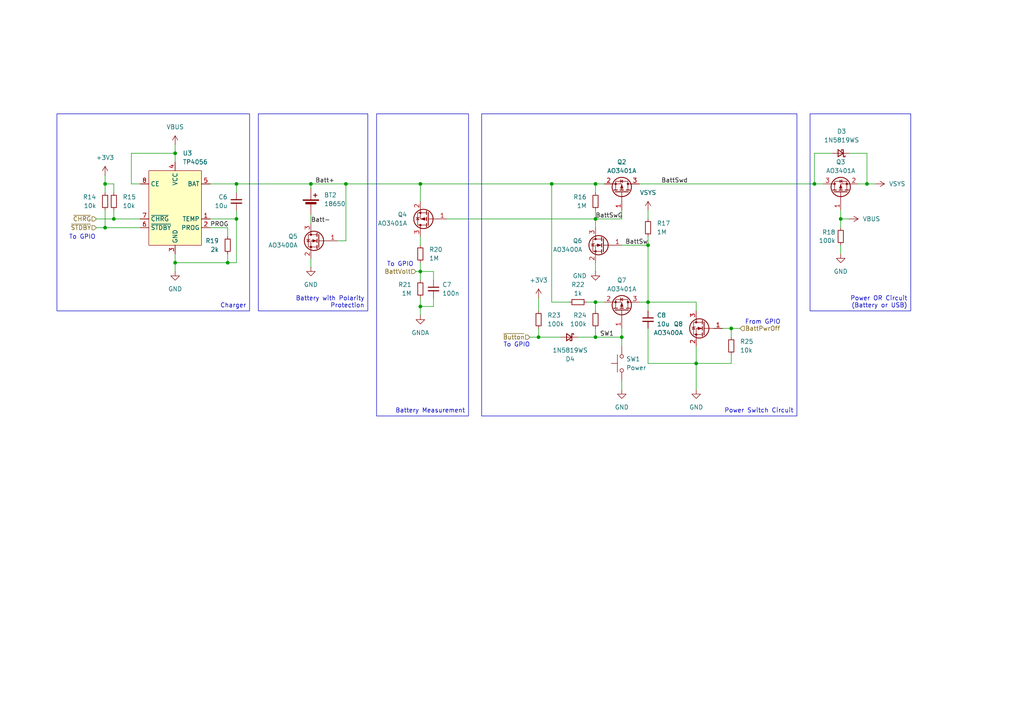
<source format=kicad_sch>
(kicad_sch (version 20231120) (generator "eeschema") (generator_version "8.0")
  (paper "A4")
  (lib_symbols
    (symbol "Badge-Scanner:TP4056"
      (property "Reference" "U3" (at 2.1941 1.27 0))
      (property "Value" "TP4056" (at 2.1941 -1.27 0))
      (symbol "TP4056_1_1"
        (rectangle (start -7.62 -3.81) (end 7.62 -25.4) (fill (type background)))
        (pin input line (at 10.16 -17.78 180) (length 2.54) (name "TEMP") (number "1"))
        (pin input line (at 10.16 -20.32 180) (length 2.54) (name "PROG") (number "2"))
        (pin power_in line (at 0 -27.94 90) (length 2.54) (name "GND") (number "3"))
        (pin power_in line (at 0 -1.27 270) (length 2.54) (name "VCC") (number "4"))
        (pin output line (at 10.16 -7.62 180) (length 2.54) (name "BAT") (number "5"))
        (pin output line (at -10.16 -20.32 0) (length 2.54) (name "~{STDBY}") (number "6"))
        (pin output line (at -10.16 -17.78 0) (length 2.54) (name "~{CHRG}") (number "7"))
        (pin input line (at -10.16 -7.62 0) (length 2.54) (name "CE") (number "8"))
        (pin passive line (at 0 -27.94 90) (length 2.54) hide (name "EP") (number "9"))
      )
    )
    (symbol "Badge-Scanner:VSYS" (power) (in_bom no) (on_board no)
      (property "Value" "VSYS" (at 0 0 0))
      (symbol "VSYS_0_1"
        (polyline (pts (xy 0 2.54) (xy 0.762 1.27)))
        (polyline (pts (xy 0 0) (xy 0 2.54) (xy -0.762 1.27)))
      )
      (symbol "VSYS_1_1"
        (pin power_in line (at 0 0 90) (length 0) hide (name "VSYS") (number ""))
      )
    )
    (symbol "Device:Battery_Cell" (pin_numbers hide) (pin_names (offset 0) hide)
      (property "Reference" "BT" (at 2.54 2.54 0))
      (property "Value" "Battery_Cell" (at 2.54 0 0))
      (symbol "Battery_Cell_0_1"
        (rectangle (start -2.286 1.778) (end 2.286 1.524) (fill (type outline)))
        (rectangle (start -1.524 1.016) (end 1.524 0.508) (fill (type outline)))
        (polyline (pts (xy 0 0.762) (xy 0 0)))
        (polyline (pts (xy 0 1.778) (xy 0 2.54)))
        (polyline (pts (xy 0.762 3.048) (xy 1.778 3.048)) (stroke (width 0.254)))
        (polyline (pts (xy 1.27 3.556) (xy 1.27 2.54)) (stroke (width 0.254)))
      )
      (symbol "Battery_Cell_1_1"
        (pin passive line (at 0 5.08 270) (length 2.54) (name "+") (number "1"))
        (pin passive line (at 0 -2.54 90) (length 2.54) (name "-") (number "2"))
      )
    )
    (symbol "Device:C_Small" (pin_numbers hide) (pin_names (offset 0.254) hide)
      (property "Reference" "C" (at 0.254 1.778 0))
      (property "Value" "C_Small" (at 0.254 -2.032 0))
      (symbol "C_Small_0_1"
        (polyline (pts (xy -1.524 -0.508) (xy 1.524 -0.508)) (stroke (width 0.3302)))
        (polyline (pts (xy -1.524 0.508) (xy 1.524 0.508)) (stroke (width 0.3048)))
      )
      (symbol "C_Small_1_1"
        (pin passive line (at 0 2.54 270) (length 2.032) (name "~") (number "1"))
        (pin passive line (at 0 -2.54 90) (length 2.032) (name "~") (number "2"))
      )
    )
    (symbol "Device:D_Schottky_Small" (pin_numbers hide) (pin_names (offset 0.254) hide)
      (property "Reference" "D" (at -1.27 2.032 0))
      (property "Value" "D_Schottky_Small" (at -7.112 -2.032 0))
      (symbol "D_Schottky_Small_0_1"
        (polyline (pts (xy -0.762 0) (xy 0.762 0)))
        (polyline (pts (xy 0.762 -1.016) (xy -0.762 0) (xy 0.762 1.016) (xy 0.762 -1.016)) (stroke (width 0.254)))
        (polyline (pts (xy -1.27 0.762) (xy -1.27 1.016) (xy -0.762 1.016) (xy -0.762 -1.016) (xy -0.254 -1.016) (xy -0.254 -0.762)) (stroke (width 0.254)))
      )
      (symbol "D_Schottky_Small_1_1"
        (pin passive line (at -2.54 0 0) (length 1.778) (name "K") (number "1"))
        (pin passive line (at 2.54 0 180) (length 1.778) (name "A") (number "2"))
      )
    )
    (symbol "Device:R_Small" (pin_numbers hide) (pin_names (offset 0.254) hide)
      (property "Reference" "R" (at 0.762 0.508 0))
      (property "Value" "R_Small" (at 0.762 -1.016 0))
      (symbol "R_Small_0_1"
        (rectangle (start -0.762 1.778) (end 0.762 -1.778) (stroke (width 0.2032)))
      )
      (symbol "R_Small_1_1"
        (pin passive line (at 0 2.54 270) (length 0.762) (name "~") (number "1"))
        (pin passive line (at 0 -2.54 90) (length 0.762) (name "~") (number "2"))
      )
    )
    (symbol "Switch:SW_Push" (pin_numbers hide) (pin_names (offset 1.016) hide)
      (property "Reference" "SW" (at 1.27 2.54 0))
      (property "Value" "SW_Push" (at 0 -1.524 0))
      (symbol "SW_Push_0_1"
        (circle (center -2.032 0) (radius 0.508))
        (polyline (pts (xy 0 1.27) (xy 0 3.048)))
        (polyline (pts (xy 2.54 1.27) (xy -2.54 1.27)))
        (circle (center 2.032 0) (radius 0.508))
        (pin passive line (at -5.08 0 0) (length 2.54) (name "1") (number "1"))
        (pin passive line (at 5.08 0 180) (length 2.54) (name "2") (number "2"))
      )
    )
    (symbol "Transistor_FET:AO3400A" (pin_names hide)
      (property "Reference" "Q" (at 5.08 1.905 0))
      (property "Value" "AO3400A" (at 5.08 0 0))
      (symbol "AO3400A_0_1"
        (polyline (pts (xy 0.254 0) (xy -2.54 0)))
        (polyline (pts (xy 0.254 1.905) (xy 0.254 -1.905)) (stroke (width 0.254)))
        (polyline (pts (xy 0.762 -1.27) (xy 0.762 -2.286)) (stroke (width 0.254)))
        (polyline (pts (xy 0.762 0.508) (xy 0.762 -0.508)) (stroke (width 0.254)))
        (polyline (pts (xy 0.762 2.286) (xy 0.762 1.27)) (stroke (width 0.254)))
        (polyline (pts (xy 2.54 2.54) (xy 2.54 1.778)))
        (polyline (pts (xy 2.54 -2.54) (xy 2.54 0) (xy 0.762 0)))
        (polyline (pts (xy 0.762 -1.778) (xy 3.302 -1.778) (xy 3.302 1.778) (xy 0.762 1.778)))
        (polyline (pts (xy 1.016 0) (xy 2.032 0.381) (xy 2.032 -0.381) (xy 1.016 0)) (fill (type outline)))
        (polyline (pts (xy 2.794 0.508) (xy 2.921 0.381) (xy 3.683 0.381) (xy 3.81 0.254)))
        (polyline (pts (xy 3.302 0.381) (xy 2.921 -0.254) (xy 3.683 -0.254) (xy 3.302 0.381)))
        (circle (center 1.651 0) (radius 2.794) (stroke (width 0.254)))
        (circle (center 2.54 -1.778) (radius 0.254) (fill (type outline)))
        (circle (center 2.54 1.778) (radius 0.254) (fill (type outline)))
      )
      (symbol "AO3400A_1_1"
        (pin input line (at -5.08 0 0) (length 2.54) (name "G") (number "1"))
        (pin passive line (at 2.54 -5.08 90) (length 2.54) (name "S") (number "2"))
        (pin passive line (at 2.54 5.08 270) (length 2.54) (name "D") (number "3"))
      )
    )
    (symbol "Transistor_FET:AO3401A" (pin_names hide)
      (property "Reference" "Q" (at 5.08 1.905 0))
      (property "Value" "AO3401A" (at 5.08 0 0))
      (symbol "AO3401A_0_1"
        (polyline (pts (xy 0.254 0) (xy -2.54 0)))
        (polyline (pts (xy 0.254 1.905) (xy 0.254 -1.905)) (stroke (width 0.254)))
        (polyline (pts (xy 0.762 -1.27) (xy 0.762 -2.286)) (stroke (width 0.254)))
        (polyline (pts (xy 0.762 0.508) (xy 0.762 -0.508)) (stroke (width 0.254)))
        (polyline (pts (xy 0.762 2.286) (xy 0.762 1.27)) (stroke (width 0.254)))
        (polyline (pts (xy 2.54 2.54) (xy 2.54 1.778)))
        (polyline (pts (xy 2.54 -2.54) (xy 2.54 0) (xy 0.762 0)))
        (polyline (pts (xy 0.762 1.778) (xy 3.302 1.778) (xy 3.302 -1.778) (xy 0.762 -1.778)))
        (polyline (pts (xy 2.286 0) (xy 1.27 0.381) (xy 1.27 -0.381) (xy 2.286 0)) (fill (type outline)))
        (polyline (pts (xy 2.794 -0.508) (xy 2.921 -0.381) (xy 3.683 -0.381) (xy 3.81 -0.254)))
        (polyline (pts (xy 3.302 -0.381) (xy 2.921 0.254) (xy 3.683 0.254) (xy 3.302 -0.381)))
        (circle (center 1.651 0) (radius 2.794) (stroke (width 0.254)))
        (circle (center 2.54 -1.778) (radius 0.254) (fill (type outline)))
        (circle (center 2.54 1.778) (radius 0.254) (fill (type outline)))
      )
      (symbol "AO3401A_1_1"
        (pin input line (at -5.08 0 0) (length 2.54) (name "G") (number "1"))
        (pin passive line (at 2.54 -5.08 90) (length 2.54) (name "S") (number "2"))
        (pin passive line (at 2.54 5.08 270) (length 2.54) (name "D") (number "3"))
      )
    )
    (symbol "power:+3V3" (power) (pin_numbers hide) (pin_names (offset 0) hide)
      (property "Value" "+3V3" (at 0 3.556 0))
      (symbol "+3V3_0_1"
        (polyline (pts (xy -0.762 1.27) (xy 0 2.54)))
        (polyline (pts (xy 0 0) (xy 0 2.54)))
        (polyline (pts (xy 0 2.54) (xy 0.762 1.27)))
      )
      (symbol "+3V3_1_1"
        (pin power_in line (at 0 0 90) (length 0) (name "~") (number "1"))
      )
    )
    (symbol "power:GND" (power) (pin_numbers hide) (pin_names (offset 0) hide)
      (property "Value" "GND" (at 0 -3.81 0))
      (symbol "GND_0_1"
        (polyline (pts (xy 0 0) (xy 0 -1.27) (xy 1.27 -1.27) (xy 0 -2.54) (xy -1.27 -1.27) (xy 0 -1.27)))
      )
      (symbol "GND_1_1"
        (pin power_in line (at 0 0 270) (length 0) (name "~") (number "1"))
      )
    )
    (symbol "power:GNDA" (power) (pin_numbers hide) (pin_names (offset 0) hide)
      (property "Value" "GNDA" (at 0 -3.81 0))
      (symbol "GNDA_0_1"
        (polyline (pts (xy 0 0) (xy 0 -1.27) (xy 1.27 -1.27) (xy 0 -2.54) (xy -1.27 -1.27) (xy 0 -1.27)))
      )
      (symbol "GNDA_1_1"
        (pin power_in line (at 0 0 270) (length 0) (name "~") (number "1"))
      )
    )
    (symbol "power:VBUS" (power) (pin_numbers hide) (pin_names (offset 0) hide)
      (property "Value" "VBUS" (at 0 3.556 0))
      (symbol "VBUS_0_1"
        (polyline (pts (xy -0.762 1.27) (xy 0 2.54)))
        (polyline (pts (xy 0 0) (xy 0 2.54)))
        (polyline (pts (xy 0 2.54) (xy 0.762 1.27)))
      )
      (symbol "VBUS_1_1"
        (pin power_in line (at 0 0 90) (length 0) (name "~") (number "1"))
      )
    )
  )
  (junction (at 100.33 53.34))
  (junction (at 243.84 63.5))
  (junction (at 50.8 76.2))
  (junction (at 121.92 88.9))
  (junction (at 187.96 71.12))
  (junction (at 30.48 53.34))
  (junction (at 121.92 78.74))
  (junction (at 50.8 44.45))
  (junction (at 236.22 53.34))
  (junction (at 187.96 87.63))
  (junction (at 201.93 105.41))
  (junction (at 172.72 53.34))
  (junction (at 212.09 95.25))
  (junction (at 30.48 66.04))
  (junction (at 160.02 53.34))
  (junction (at 121.92 53.34))
  (junction (at 68.58 53.34))
  (junction (at 180.34 97.79))
  (junction (at 66.04 76.2))
  (junction (at 172.72 97.79))
  (junction (at 90.17 53.34))
  (junction (at 172.72 87.63))
  (junction (at 156.21 97.79))
  (junction (at 172.72 63.5))
  (junction (at 68.58 63.5))
  (junction (at 33.02 63.5))
  (junction (at 251.46 53.34))
  (wire (pts (xy 172.72 63.5) (xy 172.72 66.04)))
  (wire (pts (xy 50.8 76.2) (xy 66.04 76.2)))
  (wire (pts (xy 66.04 66.04) (xy 60.96 66.04)))
  (wire (pts (xy 248.92 53.34) (xy 251.46 53.34)))
  (wire (pts (xy 100.33 69.85) (xy 100.33 53.34)))
  (wire (pts (xy 27.94 63.5) (xy 33.02 63.5)))
  (wire (pts (xy 68.58 53.34) (xy 90.17 53.34)))
  (wire (pts (xy 170.18 87.63) (xy 172.72 87.63)))
  (wire (pts (xy 185.42 53.34) (xy 236.22 53.34)))
  (wire (pts (xy 180.34 110.49) (xy 180.34 113.03)))
  (wire (pts (xy 156.21 97.79) (xy 162.56 97.79)))
  (wire (pts (xy 212.09 95.25) (xy 209.55 95.25)))
  (wire (pts (xy 187.96 87.63) (xy 185.42 87.63)))
  (wire (pts (xy 33.02 63.5) (xy 40.64 63.5)))
  (wire (pts (xy 180.34 60.96) (xy 180.34 63.5)))
  (wire (pts (xy 125.73 81.28) (xy 125.73 78.74)))
  (wire (pts (xy 60.96 63.5) (xy 68.58 63.5)))
  (wire (pts (xy 90.17 53.34) (xy 90.17 54.61)))
  (wire (pts (xy 187.96 87.63) (xy 187.96 90.17)))
  (wire (pts (xy 121.92 86.36) (xy 121.92 88.9)))
  (wire (pts (xy 180.34 63.5) (xy 172.72 63.5)))
  (wire (pts (xy 243.84 60.96) (xy 243.84 63.5)))
  (wire (pts (xy 121.92 76.2) (xy 121.92 78.74)))
  (wire (pts (xy 214.63 95.25) (xy 212.09 95.25)))
  (wire (pts (xy 167.64 97.79) (xy 172.72 97.79)))
  (wire (pts (xy 160.02 53.34) (xy 160.02 87.63)))
  (wire (pts (xy 236.22 44.45) (xy 241.3 44.45)))
  (wire (pts (xy 30.48 66.04) (xy 40.64 66.04)))
  (wire (pts (xy 201.93 105.41) (xy 212.09 105.41)))
  (wire (pts (xy 160.02 87.63) (xy 165.1 87.63)))
  (wire (pts (xy 156.21 95.25) (xy 156.21 97.79)))
  (wire (pts (xy 121.92 53.34) (xy 121.92 58.42)))
  (wire (pts (xy 187.96 95.25) (xy 187.96 105.41)))
  (wire (pts (xy 187.96 68.58) (xy 187.96 71.12)))
  (wire (pts (xy 121.92 53.34) (xy 160.02 53.34)))
  (wire (pts (xy 187.96 60.96) (xy 187.96 63.5)))
  (wire (pts (xy 172.72 97.79) (xy 180.34 97.79)))
  (wire (pts (xy 172.72 53.34) (xy 175.26 53.34)))
  (wire (pts (xy 172.72 95.25) (xy 172.72 97.79)))
  (wire (pts (xy 201.93 105.41) (xy 201.93 113.03)))
  (wire (pts (xy 30.48 50.8) (xy 30.48 53.34)))
  (wire (pts (xy 27.94 66.04) (xy 30.48 66.04)))
  (wire (pts (xy 68.58 76.2) (xy 66.04 76.2)))
  (wire (pts (xy 66.04 68.58) (xy 66.04 66.04)))
  (wire (pts (xy 187.96 87.63) (xy 201.93 87.63)))
  (wire (pts (xy 120.65 78.74) (xy 121.92 78.74)))
  (wire (pts (xy 172.72 87.63) (xy 175.26 87.63)))
  (wire (pts (xy 172.72 60.96) (xy 172.72 63.5)))
  (wire (pts (xy 33.02 60.96) (xy 33.02 63.5)))
  (wire (pts (xy 243.84 71.12) (xy 243.84 73.66)))
  (wire (pts (xy 30.48 53.34) (xy 30.48 55.88)))
  (wire (pts (xy 172.72 78.74) (xy 172.72 76.2)))
  (wire (pts (xy 90.17 62.23) (xy 90.17 64.77)))
  (wire (pts (xy 60.96 53.34) (xy 68.58 53.34)))
  (wire (pts (xy 66.04 76.2) (xy 66.04 73.66)))
  (wire (pts (xy 30.48 60.96) (xy 30.48 66.04)))
  (wire (pts (xy 187.96 71.12) (xy 187.96 87.63)))
  (wire (pts (xy 33.02 53.34) (xy 30.48 53.34)))
  (wire (pts (xy 50.8 41.91) (xy 50.8 44.45)))
  (wire (pts (xy 212.09 102.87) (xy 212.09 105.41)))
  (wire (pts (xy 243.84 63.5) (xy 246.38 63.5)))
  (wire (pts (xy 156.21 86.36) (xy 156.21 90.17)))
  (wire (pts (xy 201.93 90.17) (xy 201.93 87.63)))
  (wire (pts (xy 129.54 63.5) (xy 172.72 63.5)))
  (wire (pts (xy 38.1 53.34) (xy 38.1 44.45)))
  (wire (pts (xy 153.67 97.79) (xy 156.21 97.79)))
  (wire (pts (xy 121.92 68.58) (xy 121.92 71.12)))
  (wire (pts (xy 121.92 78.74) (xy 121.92 81.28)))
  (wire (pts (xy 212.09 95.25) (xy 212.09 97.79)))
  (wire (pts (xy 180.34 97.79) (xy 180.34 95.25)))
  (wire (pts (xy 68.58 53.34) (xy 68.58 55.88)))
  (wire (pts (xy 50.8 44.45) (xy 50.8 46.99)))
  (wire (pts (xy 251.46 53.34) (xy 254 53.34)))
  (wire (pts (xy 236.22 53.34) (xy 238.76 53.34)))
  (wire (pts (xy 201.93 100.33) (xy 201.93 105.41)))
  (wire (pts (xy 68.58 63.5) (xy 68.58 76.2)))
  (wire (pts (xy 68.58 63.5) (xy 68.58 60.96)))
  (wire (pts (xy 100.33 53.34) (xy 90.17 53.34)))
  (wire (pts (xy 160.02 53.34) (xy 172.72 53.34)))
  (wire (pts (xy 121.92 88.9) (xy 125.73 88.9)))
  (wire (pts (xy 50.8 73.66) (xy 50.8 76.2)))
  (wire (pts (xy 125.73 78.74) (xy 121.92 78.74)))
  (wire (pts (xy 100.33 53.34) (xy 121.92 53.34)))
  (wire (pts (xy 50.8 76.2) (xy 50.8 78.74)))
  (wire (pts (xy 90.17 74.93) (xy 90.17 77.47)))
  (wire (pts (xy 251.46 44.45) (xy 251.46 53.34)))
  (wire (pts (xy 172.72 55.88) (xy 172.72 53.34)))
  (wire (pts (xy 187.96 105.41) (xy 201.93 105.41)))
  (wire (pts (xy 38.1 44.45) (xy 50.8 44.45)))
  (wire (pts (xy 243.84 63.5) (xy 243.84 66.04)))
  (wire (pts (xy 97.79 69.85) (xy 100.33 69.85)))
  (wire (pts (xy 180.34 71.12) (xy 187.96 71.12)))
  (wire (pts (xy 236.22 44.45) (xy 236.22 53.34)))
  (wire (pts (xy 125.73 86.36) (xy 125.73 88.9)))
  (wire (pts (xy 172.72 87.63) (xy 172.72 90.17)))
  (wire (pts (xy 246.38 44.45) (xy 251.46 44.45)))
  (wire (pts (xy 33.02 55.88) (xy 33.02 53.34)))
  (wire (pts (xy 180.34 100.33) (xy 180.34 97.79)))
  (wire (pts (xy 121.92 88.9) (xy 121.92 91.44)))
  (wire (pts (xy 40.64 53.34) (xy 38.1 53.34)))
  (text_box "Power Switch Circuit" (at 139.7 33.02 0) (size 91.44 87.63) (effects (font (size 1.27 1.27)) (justify right bottom)))
  (text_box "Battery with Polarity Protection" (at 74.93 33.02 0) (size 31.75 57.15) (effects (font (size 1.27 1.27)) (justify right bottom)))
  (text_box "Charger" (at 16.51 33.02 0) (size 55.88 57.15) (effects (font (size 1.27 1.27)) (justify right bottom)))
  (text_box "Power OR Circuit\n(Battery or USB)" (at 234.95 33.02 0) (size 29.21 57.15) (effects (font (size 1.27 1.27)) (justify right bottom)))
  (text_box "Battery Measurement" (at 109.22 33.02 0) (size 26.67 87.63) (effects (font (size 1.27 1.27)) (justify right bottom)))
  (text "To GPIO" (at 149.86 100.076 0) (effects (font (size 1.27 1.27))))
  (text "To GPIO" (at 116.078 76.708 0) (effects (font (size 1.27 1.27))))
  (text "From GPIO" (at 221.234 93.472 0) (effects (font (size 1.27 1.27))))
  (text "To GPIO" (at 23.876 68.834 0) (effects (font (size 1.27 1.27))))
  (label "PROG" (at 60.96 66.04 0))
  (label "BattSw" (at 187.96 71.12 180))
  (label "SW1" (at 173.99 97.79 0))
  (label "Batt-" (at 90.17 64.77 0))
  (label "BattSwG" (at 172.72 63.5 0))
  (label "Batt+" (at 91.44 53.34 0))
  (label "BattSwd" (at 191.77 53.34 0))
  (hierarchical_label "~{STDBY}" (shape input) (at 27.94 66.04 180))
  (hierarchical_label "BattPwrOff" (shape input) (at 214.63 95.25 0))
  (hierarchical_label "~{CHRG}" (shape input) (at 27.94 63.5 180))
  (hierarchical_label "~{Button}" (shape input) (at 153.67 97.79 180))
  (hierarchical_label "BattVolt" (shape input) (at 120.65 78.74 180))
  (symbol (lib_id "Device:R_Small") (at 243.84 68.58 0) (mirror y) (unit 1)
    (property "Reference" "R18" (at 242.3414 67.3679 0) (effects (justify left)))
    (property "Value" "100k" (at 242.3414 69.7921 0) (effects (justify left)))
    (property "Footprint" "Resistor_SMD:R_0402_1005Metric" (effects (hide yes)))
    (property "LCSC" "C25741" (effects (hide yes)))
  )
  (symbol (lib_id "Device:D_Schottky_Small") (at 243.84 44.45 180) (unit 1)
    (property "Reference" "D3" (at 244.094 38.1 0))
    (property "Value" "1N5819WS" (at 244.094 40.64 0))
    (property "Footprint" "Diode_SMD:D_SOD-323" (effects (hide yes)))
    (property "Datasheet" "https://datasheet.lcsc.com/lcsc/2204281430_Guangdong-Hottech-1N5819WS_C191023.pdf" (effects (hide yes)))
    (property "Description" "40V 600mV@1A 1A SOD-323 Schottky Barrier Diodes, SOD-323" (effects (hide yes)))
    (property "LCSC" "C191023" (effects (hide yes)))
  )
  (symbol (lib_id "Transistor_FET:AO3401A") (at 243.84 55.88 90) (unit 1)
    (property "Reference" "Q3" (at 243.84 46.99 90))
    (property "Value" "AO3401A" (at 243.84 49.53 90))
    (property "Footprint" "Package_TO_SOT_SMD:SOT-23" (effects (hide yes)))
    (property "Datasheet" "http://www.aosmd.com/pdfs/datasheet/AO3401A.pdf" (effects (hide yes)))
    (property "Description" "-4.0A Id, -30V Vds, P-Channel MOSFET, SOT-23" (effects (hide yes)))
    (property "LCSC" "C15127" (effects (hide yes)))
  )
  (symbol (lib_id "Transistor_FET:AO3401A") (at 180.34 55.88 270) (mirror x) (unit 1)
    (property "Reference" "Q2" (at 180.34 46.99 90))
    (property "Value" "AO3401A" (at 180.34 49.53 90))
    (property "Footprint" "Package_TO_SOT_SMD:SOT-23" (effects (hide yes)))
    (property "Datasheet" "http://www.aosmd.com/pdfs/datasheet/AO3401A.pdf" (effects (hide yes)))
    (property "Description" "-4.0A Id, -30V Vds, P-Channel MOSFET, SOT-23" (effects (hide yes)))
    (property "LCSC" "C15127" (effects (hide yes)))
  )
  (symbol (lib_id "power:GND") (at 50.8 78.74 0) (unit 1)
    (property "Reference" "#PWR044" (effects (hide yes)))
    (property "Value" "GND" (at 50.8 83.82 0))
    (property "Description" "Power symbol creates a global label with name \"GND\" , ground" (effects (hide yes)))
  )
  (symbol (lib_id "Device:R_Small") (at 156.21 92.71 0) (mirror y) (unit 1)
    (property "Reference" "R23" (at 158.75 91.4399 0) (effects (justify right)))
    (property "Value" "100k" (at 158.75 93.9799 0) (effects (justify right)))
    (property "Footprint" "Resistor_SMD:R_0402_1005Metric" (effects (hide yes)))
    (property "Description" "Resistor, small symbol" (effects (hide yes)))
    (property "LCSC" "C25741" (effects (hide yes)))
  )
  (symbol (lib_id "power:GND") (at 90.17 77.47 0) (unit 1)
    (property "Reference" "#PWR043" (effects (hide yes)))
    (property "Value" "GND" (at 90.17 82.55 0))
    (property "Description" "Power symbol creates a global label with name \"GND\" , ground" (effects (hide yes)))
  )
  (symbol (lib_id "Device:R_Small") (at 172.72 92.71 0) (mirror y) (unit 1)
    (property "Reference" "R24" (at 170.18 91.4399 0) (effects (justify left)))
    (property "Value" "100k" (at 170.18 93.9799 0) (effects (justify left)))
    (property "Footprint" "Resistor_SMD:R_0402_1005Metric" (effects (hide yes)))
    (property "Description" "Resistor, small symbol" (effects (hide yes)))
    (property "LCSC" "C25741" (effects (hide yes)))
  )
  (symbol (lib_id "power:GND") (at 201.93 113.03 0) (unit 1)
    (property "Reference" "#PWR049" (effects (hide yes)))
    (property "Value" "GND" (at 201.93 118.11 0))
    (property "Description" "Power symbol creates a global label with name \"GND\" , ground" (effects (hide yes)))
  )
  (symbol (lib_id "Badge-Scanner:VSYS") (at 254 53.34 270) (unit 1) (in_bom no) (on_board no)
    (property "Reference" "#PWR039" (effects (hide yes)))
    (property "Value" "VSYS" (at 257.81 53.3399 90) (effects (justify left)))
  )
  (symbol (lib_id "Transistor_FET:AO3401A") (at 180.34 90.17 270) (mirror x) (unit 1)
    (property "Reference" "Q7" (at 180.34 81.28 90))
    (property "Value" "AO3401A" (at 180.34 83.82 90))
    (property "Footprint" "Package_TO_SOT_SMD:SOT-23" (effects (hide yes)))
    (property "Datasheet" "http://www.aosmd.com/pdfs/datasheet/AO3401A.pdf" (effects (hide yes)))
    (property "Description" "-4.0A Id, -30V Vds, P-Channel MOSFET, SOT-23" (effects (hide yes)))
    (property "LCSC" "C15127" (effects (hide yes)))
  )
  (symbol (lib_id "Device:R_Small") (at 167.64 87.63 90) (unit 1)
    (property "Reference" "R22" (at 167.64 82.55 90))
    (property "Value" "1k" (at 167.64 85.09 90))
    (property "Footprint" "Resistor_SMD:R_0402_1005Metric" (effects (hide yes)))
    (property "Description" "Resistor, small symbol" (effects (hide yes)))
    (property "LCSC" "C11702" (effects (hide yes)))
  )
  (symbol (lib_id "power:GNDA") (at 121.92 91.44 0) (unit 1)
    (property "Reference" "#PWR047" (effects (hide yes)))
    (property "Value" "GNDA" (at 121.92 96.52 0))
    (property "Description" "Power symbol creates a global label with name \"GNDA\" , analog ground" (effects (hide yes)))
  )
  (symbol (lib_id "Badge-Scanner:TP4056") (at 50.8 45.72 0) (unit 1)
    (property "Reference" "U3" (at 52.9941 44.45 0) (effects (justify left)))
    (property "Value" "TP4056" (at 52.9941 46.99 0) (effects (justify left)))
    (property "Footprint" "Package_SO:HSOP-8-1EP_3.9x4.9mm_P1.27mm_EP2.41x3.1mm" (effects (hide yes)))
    (property "Description" "1A Standalone Linear Li-lon Battery Charger with Thermal Regulation in SOP-8" (effects (hide yes)))
    (property "LCSC" "C16581" (effects (hide yes)))
  )
  (symbol (lib_id "power:+3V3") (at 30.48 50.8 0) (unit 1)
    (property "Reference" "#PWR038" (effects (hide yes)))
    (property "Value" "+3V3" (at 30.48 45.72 0))
    (property "Description" "Power symbol creates a global label with name \"+3V3\"" (effects (hide yes)))
  )
  (symbol (lib_id "Badge-Scanner:VSYS") (at 187.96 60.96 0) (unit 1) (in_bom no) (on_board no)
    (property "Reference" "#PWR040" (effects (hide yes)))
    (property "Value" "VSYS" (at 187.96 55.88 0))
  )
  (symbol (lib_id "power:VBUS") (at 50.8 41.91 0) (unit 1)
    (property "Reference" "#PWR037" (effects (hide yes)))
    (property "Value" "VBUS" (at 50.8 36.83 0))
    (property "Description" "Power symbol creates a global label with name \"VBUS\"" (effects (hide yes)))
  )
  (symbol (lib_id "power:GND") (at 172.72 78.74 0) (unit 1)
    (property "Reference" "#PWR045" (effects (hide yes)))
    (property "Value" "GND" (at 170.18 80.0099 0) (effects (justify right)))
    (property "Description" "Power symbol creates a global label with name \"GND\" , ground" (effects (hide yes)))
  )
  (symbol (lib_id "Device:C_Small") (at 68.58 58.42 0) (mirror y) (unit 1)
    (property "Reference" "C6" (at 66.04 57.1562 0) (effects (justify left)))
    (property "Value" "10u" (at 66.04 59.6962 0) (effects (justify left)))
    (property "Footprint" "Capacitor_SMD:C_0402_1005Metric" (effects (hide yes)))
    (property "Description" "Unpolarized capacitor, small symbol" (effects (hide yes)))
    (property "LCSC" "C15525" (effects (hide yes)))
  )
  (symbol (lib_id "Device:D_Schottky_Small") (at 165.1 97.79 0) (mirror y) (unit 1)
    (property "Reference" "D4" (at 165.354 104.14 0))
    (property "Value" "1N5819WS" (at 165.354 101.6 0))
    (property "Footprint" "Diode_SMD:D_SOD-323" (effects (hide yes)))
    (property "Datasheet" "https://datasheet.lcsc.com/lcsc/2204281430_Guangdong-Hottech-1N5819WS_C191023.pdf" (effects (hide yes)))
    (property "Description" "40V 600mV@1A 1A SOD-323 Schottky Barrier Diodes, SOD-323" (effects (hide yes)))
    (property "LCSC" "C191023" (effects (hide yes)))
  )
  (symbol (lib_id "Device:R_Small") (at 66.04 71.12 0) (mirror y) (unit 1)
    (property "Reference" "R19" (at 63.5 69.8499 0) (effects (justify left)))
    (property "Value" "2k" (at 63.5 72.3899 0) (effects (justify left)))
    (property "Footprint" "Resistor_SMD:R_0402_1005Metric" (effects (hide yes)))
    (property "Description" "Resistor, small symbol" (effects (hide yes)))
    (property "LCSC" "C4109" (effects (hide yes)))
  )
  (symbol (lib_id "Device:R_Small") (at 30.48 58.42 0) (mirror y) (unit 1)
    (property "Reference" "R14" (at 27.94 57.1499 0) (effects (justify left)))
    (property "Value" "10k" (at 27.94 59.6899 0) (effects (justify left)))
    (property "Footprint" "Resistor_SMD:R_0402_1005Metric" (effects (hide yes)))
    (property "Description" "Resistor, small symbol" (effects (hide yes)))
    (property "LCSC" "C25744" (effects (hide yes)))
  )
  (symbol (lib_id "Device:R_Small") (at 33.02 58.42 0) (unit 1)
    (property "Reference" "R15" (at 35.56 57.1499 0) (effects (justify left)))
    (property "Value" "10k" (at 35.56 59.6899 0) (effects (justify left)))
    (property "Footprint" "Resistor_SMD:R_0402_1005Metric" (effects (hide yes)))
    (property "Description" "Resistor, small symbol" (effects (hide yes)))
    (property "LCSC" "C25744" (effects (hide yes)))
  )
  (symbol (lib_id "Device:R_Small") (at 187.96 66.04 0) (mirror y) (unit 1)
    (property "Reference" "R17" (at 190.5 64.7699 0) (effects (justify right)))
    (property "Value" "1M" (at 190.5 67.3099 0) (effects (justify right)))
    (property "Footprint" "Resistor_SMD:R_0402_1005Metric" (effects (hide yes)))
    (property "Description" "Resistor, small symbol" (effects (hide yes)))
    (property "LCSC" "C26083" (effects (hide yes)))
  )
  (symbol (lib_id "power:GND") (at 243.84 73.66 0) (unit 1)
    (property "Reference" "#PWR042" (effects (hide yes)))
    (property "Value" "GND" (at 243.84 78.74 0))
    (property "Description" "Power symbol creates a global label with name \"GND\" , ground" (effects (hide yes)))
  )
  (symbol (lib_id "Transistor_FET:AO3400A") (at 92.71 69.85 0) (mirror y) (unit 1)
    (property "Reference" "Q5" (at 86.36 68.5799 0) (effects (justify left)))
    (property "Value" "AO3400A" (at 86.36 71.1199 0) (effects (justify left)))
    (property "Footprint" "Package_TO_SOT_SMD:SOT-23" (effects (hide yes)))
    (property "Datasheet" "http://www.aosmd.com/pdfs/datasheet/AO3400A.pdf" (effects (hide yes)))
    (property "Description" "30V Vds, 5.7A Id, N-Channel MOSFET, SOT-23" (effects (hide yes)))
    (property "LCSC" "C20917" (effects (hide yes)))
  )
  (symbol (lib_id "power:GND") (at 180.34 113.03 0) (unit 1)
    (property "Reference" "#PWR048" (effects (hide yes)))
    (property "Value" "GND" (at 180.34 118.11 0))
    (property "Description" "Power symbol creates a global label with name \"GND\" , ground" (effects (hide yes)))
  )
  (symbol (lib_id "Device:R_Small") (at 212.09 100.33 180) (unit 1)
    (property "Reference" "R25" (at 214.63 99.0599 0) (effects (justify right)))
    (property "Value" "10k" (at 214.63 101.5999 0) (effects (justify right)))
    (property "Footprint" "Resistor_SMD:R_0402_1005Metric" (effects (hide yes)))
    (property "Description" "Resistor, small symbol" (effects (hide yes)))
    (property "LCSC" "C25744" (effects (hide yes)))
  )
  (symbol (lib_id "Transistor_FET:AO3400A") (at 175.26 71.12 0) (mirror y) (unit 1)
    (property "Reference" "Q6" (at 168.91 69.8499 0) (effects (justify left)))
    (property "Value" "AO3400A" (at 168.91 72.3899 0) (effects (justify left)))
    (property "Footprint" "Package_TO_SOT_SMD:SOT-23" (effects (hide yes)))
    (property "Datasheet" "http://www.aosmd.com/pdfs/datasheet/AO3400A.pdf" (effects (hide yes)))
    (property "Description" "30V Vds, 5.7A Id, N-Channel MOSFET, SOT-23" (effects (hide yes)))
    (property "LCSC" "C20917" (effects (hide yes)))
  )
  (symbol (lib_id "Transistor_FET:AO3401A") (at 124.46 63.5 180) (unit 1)
    (property "Reference" "Q4" (at 118.11 62.2299 0) (effects (justify left)))
    (property "Value" "AO3401A" (at 118.11 64.7699 0) (effects (justify left)))
    (property "Footprint" "Package_TO_SOT_SMD:SOT-23" (effects (hide yes)))
    (property "Datasheet" "http://www.aosmd.com/pdfs/datasheet/AO3401A.pdf" (effects (hide yes)))
    (property "Description" "-4.0A Id, -30V Vds, P-Channel MOSFET, SOT-23" (effects (hide yes)))
    (property "LCSC" "C15127" (effects (hide yes)))
  )
  (symbol (lib_id "Device:R_Small") (at 121.92 73.66 0) (mirror y) (unit 1)
    (property "Reference" "R20" (at 124.46 72.3899 0) (effects (justify right)))
    (property "Value" "1M" (at 124.46 74.9299 0) (effects (justify right)))
    (property "Footprint" "Resistor_SMD:R_0402_1005Metric" (effects (hide yes)))
    (property "Description" "Resistor, small symbol" (effects (hide yes)))
    (property "LCSC" "C26083" (effects (hide yes)))
  )
  (symbol (lib_id "Transistor_FET:AO3400A") (at 204.47 95.25 0) (mirror y) (unit 1)
    (property "Reference" "Q8" (at 198.12 93.9799 0) (effects (justify left)))
    (property "Value" "AO3400A" (at 198.12 96.5199 0) (effects (justify left)))
    (property "Footprint" "Package_TO_SOT_SMD:SOT-23" (effects (hide yes)))
    (property "Datasheet" "http://www.aosmd.com/pdfs/datasheet/AO3400A.pdf" (effects (hide yes)))
    (property "Description" "30V Vds, 5.7A Id, N-Channel MOSFET, SOT-23" (effects (hide yes)))
    (property "LCSC" "C20917" (effects (hide yes)))
  )
  (symbol (lib_id "Device:Battery_Cell") (at 90.17 59.69 0) (unit 1)
    (property "Reference" "BT2" (at 93.98 56.5784 0) (effects (justify left)))
    (property "Value" "18650" (at 93.98 59.1184 0) (effects (justify left)))
    (property "Footprint" "Connector_JST:JST_PH_B2B-PH-K_1x02_P2.00mm_Vertical" (effects (hide yes)))
    (property "Description" "Single-cell battery" (effects (hide yes)))
    (property "LCSC" "C2319" (effects (hide yes)))
  )
  (symbol (lib_id "Switch:SW_Push") (at 180.34 105.41 90) (mirror x) (unit 1)
    (property "Reference" "SW1" (at 181.61 104.1399 90) (effects (justify right)))
    (property "Value" "Power" (at 181.61 106.6799 90) (effects (justify right)))
    (property "Footprint" "Button_Switch_THT:SW_Tactile_SPST_Angled_PTS645Vx58-2LFS" (effects (hide yes)))
    (property "Description" "Push button switch, generic, two pins" (effects (hide yes)))
  )
  (symbol (lib_id "power:VBUS") (at 246.38 63.5 270) (unit 1)
    (property "Reference" "#PWR041" (effects (hide yes)))
    (property "Value" "VBUS" (at 250.19 63.4999 90) (effects (justify left)))
    (property "Description" "Power symbol creates a global label with name \"VBUS\"" (effects (hide yes)))
  )
  (symbol (lib_id "Device:R_Small") (at 172.72 58.42 0) (mirror y) (unit 1)
    (property "Reference" "R16" (at 170.18 57.1499 0) (effects (justify left)))
    (property "Value" "1M" (at 170.18 59.6899 0) (effects (justify left)))
    (property "Footprint" "Resistor_SMD:R_0402_1005Metric" (effects (hide yes)))
    (property "Description" "Resistor, small symbol" (effects (hide yes)))
    (property "LCSC" "C26083" (effects (hide yes)))
  )
  (symbol (lib_id "power:+3V3") (at 156.21 86.36 0) (unit 1)
    (property "Reference" "#PWR046" (effects (hide yes)))
    (property "Value" "+3V3" (at 156.21 81.28 0))
    (property "Description" "Power symbol creates a global label with name \"+3V3\"" (effects (hide yes)))
  )
  (symbol (lib_id "Device:R_Small") (at 121.92 83.82 0) (mirror y) (unit 1)
    (property "Reference" "R21" (at 119.38 82.5499 0) (effects (justify left)))
    (property "Value" "1M" (at 119.38 85.0899 0) (effects (justify left)))
    (property "Footprint" "Resistor_SMD:R_0402_1005Metric" (effects (hide yes)))
    (property "Description" "Resistor, small symbol" (effects (hide yes)))
    (property "LCSC" "C26083" (effects (hide yes)))
  )
  (symbol (lib_id "Device:C_Small") (at 187.96 92.71 0) (unit 1)
    (property "Reference" "C8" (at 190.5 91.4462 0) (effects (justify left)))
    (property "Value" "10u" (at 190.5 93.9862 0) (effects (justify left)))
    (property "Footprint" "Capacitor_SMD:C_0402_1005Metric" (effects (hide yes)))
    (property "Description" "Unpolarized capacitor, small symbol" (effects (hide yes)))
    (property "LCSC" "C15525" (effects (hide yes)))
  )
  (symbol (lib_id "Device:C_Small") (at 125.73 83.82 0) (mirror y) (unit 1)
    (property "Reference" "C7" (at 128.27 82.5562 0) (effects (justify right)))
    (property "Value" "100n" (at 128.27 85.0962 0) (effects (justify right)))
    (property "Footprint" "Capacitor_SMD:C_0402_1005Metric" (effects (hide yes)))
    (property "Description" "Unpolarized capacitor, small symbol" (effects (hide yes)))
    (property "LCSC" "C1525" (effects (hide yes)))
  )
)
</source>
